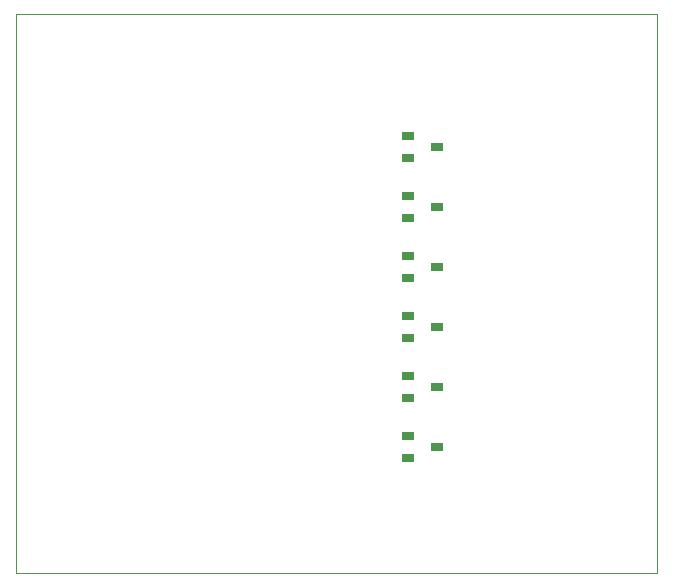
<source format=gtp>
G04 EAGLE Gerber X2 export*
%TF.Part,Single*%
%TF.FileFunction,Other,Solder paste top*%
%TF.FilePolarity,Positive*%
%TF.GenerationSoftware,Autodesk,EAGLE,9.1.2*%
%TF.CreationDate,2019-02-28T11:01:59Z*%
G75*
%MOMM*%
%FSLAX34Y34*%
%LPD*%
%AMOC8*
5,1,8,0,0,1.08239X$1,22.5*%
G01*
%ADD10C,0.000000*%
%ADD11R,1.000000X0.700000*%


D10*
X-13970Y312420D02*
X528830Y312420D01*
X528830Y786030D01*
X-13970Y786030D01*
X-13970Y312420D01*
D11*
X318200Y682600D03*
X318200Y663600D03*
X342200Y673100D03*
X318200Y631800D03*
X318200Y612800D03*
X342200Y622300D03*
X318200Y581000D03*
X318200Y562000D03*
X342200Y571500D03*
X318200Y530200D03*
X318200Y511200D03*
X342200Y520700D03*
X318200Y479400D03*
X318200Y460400D03*
X342200Y469900D03*
X318200Y428600D03*
X318200Y409600D03*
X342200Y419100D03*
M02*

</source>
